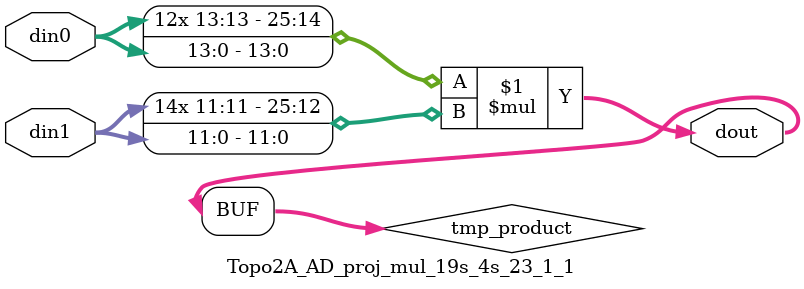
<source format=v>

`timescale 1 ns / 1 ps

 (* use_dsp = "no" *)  module Topo2A_AD_proj_mul_19s_4s_23_1_1(din0, din1, dout);
parameter ID = 1;
parameter NUM_STAGE = 0;
parameter din0_WIDTH = 14;
parameter din1_WIDTH = 12;
parameter dout_WIDTH = 26;

input [din0_WIDTH - 1 : 0] din0; 
input [din1_WIDTH - 1 : 0] din1; 
output [dout_WIDTH - 1 : 0] dout;

wire signed [dout_WIDTH - 1 : 0] tmp_product;



























assign tmp_product = $signed(din0) * $signed(din1);








assign dout = tmp_product;





















endmodule

</source>
